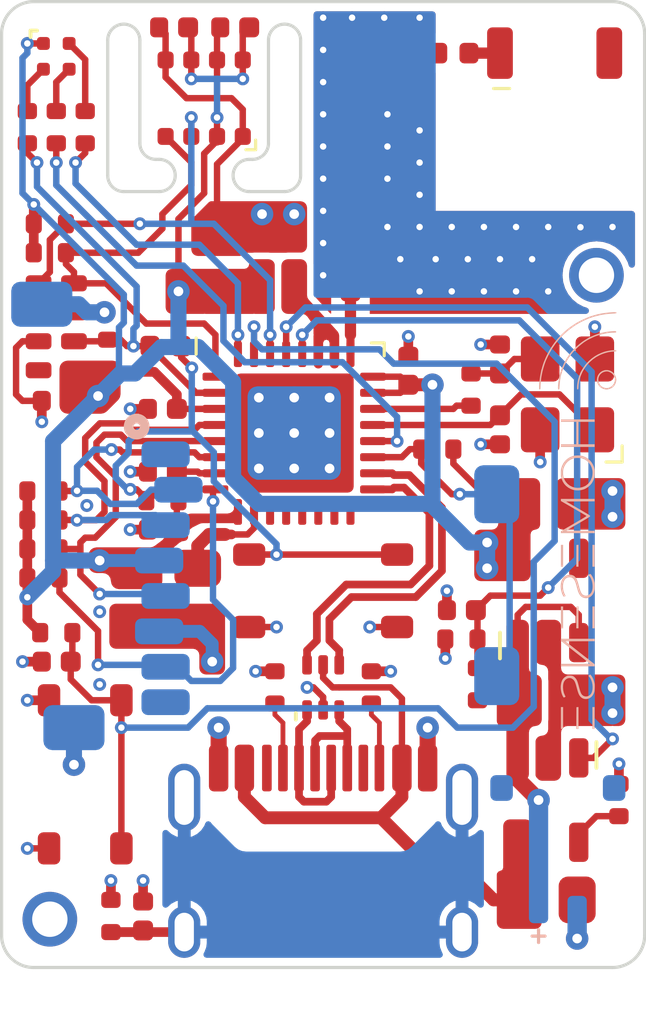
<source format=kicad_pcb>
(kicad_pcb (version 20241229) (generator "pcbnew") (generator_version "9.0")
  (title_block (title "HomeSense") (date "2023-05-28") (rev "B") (company "Designed by Tobias Netzer") (comment 1 "Micro SD slot for local logging") (comment 2 "IoT connectivity") (comment 3 "Temperature, Humidity, Air Quality and Air Pressure Sensor") (comment 4 "- HomeSense -"))
  (layers (0 "F.Cu" signal) (4 "In1.Cu" signal) (6 "In2.Cu" signal) (2 "B.Cu" signal) (13 "F.Paste" user) (15 "B.Paste" user) (5 "F.SilkS" user "F.Silkscreen") (7 "B.SilkS" user "B.Silkscreen") (1 "F.Mask" user) (3 "B.Mask" user) (25 "Edge.Cuts" user))
  (net 0 "")
  (net 1 "/ANT")
  (net 3 "/SHIELD")
  (net 4 "GND")
  (net 5 "VBUS")
  (net 6 "/BAT_VOLTAGE")
  (net 7 "+BATT")
  (net 8 "+3V3")
  (net 9 "/VDD3P3")
  (net 10 "Net-(U1-XTAL_N)")
  (net 11 "Net-(C14-Pad1)")
  (net 12 "/LNA_IN")
  (net 13 "/VDD_SPI")
  (net 14 "/CHIP_EN")
  (net 15 "/GIPO9")
  (net 16 "Net-(D1-RK)")
  (net 17 "Net-(D1-GK)")
  (net 18 "Net-(D1-BK)")
  (net 19 "Net-(J1-CC1)")
  (net 20 "/D+")
  (net 21 "/D-")
  (net 23 "Net-(J1-CC2)")
  (net 26 "/MICRO_SD_SPI_CS")
  (net 27 "/MICRO_SD_SPI_MOSI")
  (net 28 "/MICRO_SD_SPI_CLK")
  (net 29 "/MICRO_SD_SPI_MISO")
  (net 31 "/MICRO_SD_DETECT")
  (net 32 "/PROG")
  (net 33 "Net-(U1-XTAL_P)")
  (net 34 "/RED")
  (net 35 "/GREEN")
  (net 36 "/~{INT}")
  (net 37 "/SDA")
  (net 38 "/SCL")
  (net 39 "/CH_STATE")
  (net 46 "/USB_D-")
  (net 47 "/USB_D+")
  (net 54 "Net-(C16-Pad1)")
  (net 55 "Net-(C23-Pad2)")
  (footprint "HomeSense:C_0402_(1005_Metric)" (layer "F.Cu") (at 132.65 91.45 90)
    (property "Reference" "C12")
    (property "Value" "100nF" (hide yes))
  )
  (footprint "HomeSense:R_0402_(1005_Metric)" (layer "F.Cu") (at 123.3 91 90)
    (property "Reference" "R16")
    (property "Value" "10k" (hide yes))
  )
  (footprint "HomeSense:R_0402_(1005_Metric)" (layer "F.Cu") (at 120.8 83.9 90)
    (property "Reference" "R15")
    (property "Value" "1k5" (hide yes))
  )
  (footprint "HomeSense:C_0402_(1005_Metric)" (layer "F.Cu") (at 125 92.65 180)
    (property "Reference" "C10")
    (property "Value" "100nF" (hide yes))
  )
  (footprint "HomeSense:C_0402_(1005_Metric)" (layer "F.Cu") (at 124.4 108.4 90)
    (property "Reference" "C1")
    (property "Value" "10nF" (hide yes))
  )
  (footprint "HomeSense:QFN32_5x5" (layer "F.Cu") (at 129.1 93.4 -90)
    (property "Reference" "U1")
    (property "Value" "ESP32-C3FN4" (hide yes))
  )
  (footprint "HomeSense:R_0402_(1005_Metric)" (layer "F.Cu") (at 139.2 104.8 90)
    (property "Reference" "R4")
    (property "Value" "10k" (hide yes))
  )
  (footprint "HomeSense:Mounting_Hole" (layer "F.Cu") (at 138.5 88.5)
    (property "Reference" "H2")
    (property "Value" "MountingHole" (hide yes))
  )
  (footprint "HomeSense:C_0402_(1005_Metric)" (layer "F.Cu") (at 125.35 80.8 180)
    (property "Reference" "C19")
    (property "Value" "100nF" (hide yes))
  )
  (footprint "HomeSense:R_0402_(1005_Metric)" (layer "F.Cu") (at 121.5 87.8)
    (property "Reference" "R18")
    (property "Value" "10k" (hide yes))
  )
  (footprint "HomeSense:R_0402_(1005_Metric)" (layer "F.Cu") (at 125 95.5 180)
    (property "Reference" "R20")
    (property "Value" "10k" (hide yes))
  )
  (footprint "HomeSense:D_0402_(1005_Metric)" (layer "F.Cu") (at 125.1 90.7 180)
    (property "Reference" "D2")
    (property "Value" "CDBQR0130L-HF" (hide yes))
  )
  (footprint "HomeSense:LED_0404" (layer "F.Cu") (at 121.7 81.7 -90)
    (property "Reference" "D1")
    (property "Value" "Wuerth_150044M155260" (hide yes))
  )
  (footprint "HomeSense:R_0402_(1005_Metric)" (layer "F.Cu") (at 121.3 97)
    (property "Reference" "R10")
    (property "Value" "10k" (hide yes))
  )
  (footprint "HomeSense:C_0402_(1005_Metric)" (layer "F.Cu") (at 125 96.4 180)
    (property "Reference" "C11")
    (property "Value" "100nF" (hide yes))
  )
  (footprint "HomeSense:Button_3.2mm_4.2mm" (layer "F.Cu") (at 122.6 104 90)
    (property "Reference" "SW1")
    (property "Value" "SW_Push" (hide yes))
  )
  (footprint "HomeSense:Bosch_LGA-8_3x3mm_P0.8mm" (layer "F.Cu") (at 126.3 83 180)
    (property "Reference" "U6")
    (property "Value" "BME680" (hide yes))
  )
  (footprint "HomeSense:C_0402_(1005_Metric)" (layer "F.Cu") (at 134.3 98.9 180)
    (property "Reference" "C3")
    (property "Value" "100nF" (hide yes))
  )
  (footprint "HomeSense:L_0402_(1005_Metric)" (layer "F.Cu") (at 132.7 82.1 90)
    (property "Reference" "L3")
    (property "Value" "TBD" (hide yes))
  )
  (footprint "HomeSense:C_0402_(1005_Metric)" (layer "F.Cu") (at 127.25 80.8 180)
    (property "Reference" "C20")
    (property "Value" "100nF" (hide yes))
  )
  (footprint "HomeSense:R_0402_(1005_Metric)" (layer "F.Cu") (at 134.8 101.2 90)
    (property "Reference" "R5")
    (property "Value" "1M" (hide yes))
  )
  (footprint "HomeSense:L_0402_(1005_Metric)" (layer "F.Cu") (at 130.85 87.6 90)
    (property "Reference" "L2")
    (property "Value" "TBD" (hide yes))
  )
  (footprint "HomeSense:R_0402_(1005_Metric)" (layer "F.Cu") (at 121.5 86.9)
    (property "Reference" "R17")
    (property "Value" "10k" (hide yes))
  )
  (footprint "HomeSense:C_0402_(1005_Metric)" (layer "F.Cu") (at 131.35 82.1 45)
    (property "Reference" "C23")
    (property "Value" "TBD" (hide yes))
  )
  (footprint "HomeSense:LCC8" (layer "F.Cu") (at 121.7 90.1 -90)
    (property "Reference" "U5")
    (property "Value" "RV-4162" (hide yes))
  )
  (footprint "HomeSense:Johanson_2450AT18x100" (layer "F.Cu") (at 137.2 81.6)
    (property "Reference" "ANT1")
    (property "Value" "2450AT18B100E" (hide yes))
  )
  (footprint "HomeSense:C_0805_(2012_Metric)" (layer "F.Cu") (at 137 101.7)
    (property "Reference" "C4")
    (property "Value" "10µF" (hide yes))
  )
  (footprint "HomeSense:R_0402_(1005_Metric)" (layer "F.Cu") (at 123.4 108.4 90)
    (property "Reference" "R1")
    (property "Value" "1M" (hide yes))
  )
  (footprint "HomeSense:C_0402_(1005_Metric)" (layer "F.Cu") (at 129.1 87.9 90)
    (property "Reference" "C8")
    (property "Value" "100nF" (hide yes))
  )
  (footprint "HomeSense:R_0402_(1005_Metric)" (layer "F.Cu") (at 133.55 93.9 180)
    (property "Reference" "R8")
    (property "Value" "10k" (hide yes))
  )
  (footprint "HomeSense:L_0402_(1005_Metric)" (layer "F.Cu") (at 134.05 81.6)
    (property "Reference" "L4")
    (property "Value" "TBD" (hide yes))
  )
  (footprint "HomeSense:C_0805_(2012_Metric)" (layer "F.Cu") (at 137 107.9)
    (property "Reference" "C2")
    (property "Value" "10µF" (hide yes))
  )
  (footprint "HomeSense:C_0402_(1005_Metric)" (layer "F.Cu") (at 121.7 92.4 180)
    (property "Reference" "C18")
    (property "Value" "100nF" (hide yes))
  )
  (footprint "HomeSense:C_0402_(1005_Metric)" (layer "F.Cu") (at 135.5 91.1 90)
    (property "Reference" "C14")
    (property "Value" "10pF" (hide yes))
  )
  (footprint "HomeSense:USB_C_Receptacle_HRO_TYPE-C-31-M-12" (layer "F.Cu") (at 130 107.85)
    (property "Reference" "J1")
    (property "Value" "USB Type C" (hide yes))
  )
  (footprint "HomeSense:R_0402_(1005_Metric)" (layer "F.Cu") (at 121.3 96.1)
    (property "Reference" "R11")
    (property "Value" "10k" (hide yes))
  )
  (footprint "HomeSense:C_0805_(2012_Metric)" (layer "F.Cu") (at 137 95.6)
    (property "Reference" "C5")
    (property "Value" "10µF" (hide yes))
  )
  (footprint "HomeSense:C_0402_(1005_Metric)" (layer "F.Cu") (at 128.1 87.9 90)
    (property "Reference" "C7")
    (property "Value" "100nF" (hide yes))
  )
  (footprint "HomeSense:SOT-23-5" (layer "F.Cu") (at 137 98.6 90)
    (property "Reference" "U4")
    (property "Value" "RT9080-33GJ5" (hide yes))
  )
  (footprint "HomeSense:R_0402_(1005_Metric)" (layer "F.Cu") (at 134.3 99.8 180)
    (property "Reference" "R6")
    (property "Value" "1M" (hide yes))
  )
  (footprint "HomeSense:R_0402_(1005_Metric)" (layer "F.Cu") (at 121.3 95.2)
    (property "Reference" "R12")
    (property "Value" "10k" (hide yes))
  )
  (footprint "HomeSense:C_0402_(1005_Metric)" (layer "F.Cu") (at 135.5 93.3 -90)
    (property "Reference" "C13")
    (property "Value" "10pF" (hide yes))
  )
  (footprint "HomeSense:Crystal_SMD_Abracon_ABM8G-4Pin_3.2x2.5mm" (layer "F.Cu") (at 137.6 92.2 90)
    (property "Reference" "Y1")
    (property "Value" "40MHZ" (hide yes))
  )
  (footprint "HomeSense:Button_3.2mm_4.2mm" (layer "F.Cu") (at 130 98.3 180)
    (property "Reference" "SW2")
    (property "Value" "SW_Push" (hide yes))
  )
  (footprint "HomeSense:C_0402_(1005_Metric)" (layer "F.Cu") (at 131.3 86.2)
    (property "Reference" "C16")
    (property "Value" "TBD" (hide yes))
  )
  (footprint "HomeSense:C_0805_(2012_Metric)" (layer "F.Cu") (at 126.1 98.5 -90)
    (property "Reference" "C17")
    (property "Value" "10µF" (hide yes))
  )
  (footprint "HomeSense:R_0402_(1005_Metric)" (layer "F.Cu") (at 128.5 101.3 90)
    (property "Reference" "R2")
    (property "Value" "5k1" (hide yes))
  )
  (footprint "HomeSense:C_0805_(2012_Metric)" (layer "F.Cu") (at 126.7 88.1 90)
    (property "Reference" "C6")
    (property "Value" "10µF" (hide yes))
  )
  (footprint "HomeSense:C_0805_(2012_Metric)" (layer "F.Cu") (at 124.2 98.5 -90)
    (property "Reference" "C9")
    (property "Value" "10µF" (hide yes))
  )
  (footprint "HomeSense:R_0402_(1005_Metric)" (layer "F.Cu") (at 131.5 101.3 90)
    (property "Reference" "R3")
    (property "Value" "5k1" (hide yes))
  )
  (footprint "HomeSense:R_0402_(1005_Metric)" (layer "F.Cu") (at 121.7 83.9 90)
    (property "Reference" "R14")
    (property "Value" "2k8" (hide yes))
  )
  (footprint "HomeSense:C_0402_(1005_Metric)" (layer "F.Cu") (at 131.3 89)
    (property "Reference" "C15")
    (property "Value" "TBD" (hide yes))
  )
  (footprint "HomeSense:Mounting_Hole" (layer "F.Cu") (at 121.5 108.5)
    (property "Reference" "H1")
    (property "Value" "MountingHole" (hide yes))
  )
  (footprint "HomeSense:L_0402_(1005_Metric)" (layer "F.Cu") (at 128.6 89.3)
    (property "Reference" "L1")
    (property "Value" "2n2" (hide yes))
  )
  (footprint "HomeSense:R_0402_(1005_Metric)" (layer "F.Cu") (at 121.7 99.6)
    (property "Reference" "R19")
    (property "Value" "10k" (hide yes))
  )
  (footprint "HomeSense:SOT-666" (layer "F.Cu") (at 130 101.3 90)
    (property "Reference" "U2")
    (property "Value" "USBLC6-2P6" (hide yes))
  )
  (footprint "HomeSense:SOT-23-5" (layer "F.Cu") (at 137 104.8 -90)
    (property "Reference" "U3")
    (property "Value" "MCP73832-2-OT" (hide yes))
  )
  (footprint "HomeSense:R_0402_(1005_Metric)" (layer "F.Cu") (at 121.3 97.9)
    (property "Reference" "R9")
    (property "Value" "10k" (hide yes))
  )
  (footprint "HomeSense:R_0402_(1005_Metric)" (layer "F.Cu") (at 134.6 92.05 -90)
    (property "Reference" "R7")
    (property "Value" "22R" (hide yes))
  )
  (footprint "HomeSense:C_0402_(1005_Metric)" (layer "F.Cu") (at 125 94.6 180)
    (property "Reference" "C22")
    (property "Value" "100nF" (hide yes))
  )
  (footprint "HomeSense:C_0402_(1005_Metric)" (layer "F.Cu") (at 121.7 100.5 180)
    (property "Reference" "C21")
    (property "Value" "100nF" (hide yes))
  )
  (footprint "HomeSense:R_0402_(1005_Metric)" (layer "F.Cu") (at 122.6 83.9 90)
    (property "Reference" "R13")
    (property "Value" "1k" (hide yes))
  )
  (footprint "HomeSense:Molex_Pico-EZmate_78171-0002_1x02-1MP_P1.20mm_Vertical" (layer "B.Cu") (at 137.3 106.325)
    (property "Reference" "J2")
    (property "Value" "781710002" (hide yes))
  )
  (footprint "LOGO" (layer "B.Cu") (at 137.95759 96.139509 -90)
    (property "Reference" "G***" (hide yes))
    (property "Value" "LOGO" (hide yes))
  )
  (footprint "HomeSense:693071010811" (layer "B.Cu") (at 128.2 96 90)
    (property "Reference" "J3")
    (property "Value" "693071010811" (hide yes))
  )
  (gr_arc (start 120 81) (mid 120.292893 80.292893) (end 121 80) (stroke (width 0.1)) (layer "Edge.Cuts"))
  (gr_arc (start 124.8 84.9) (mid 124.446447 84.753553) (end 124.3 84.4) (stroke (width 0.1)) (layer "Edge.Cuts"))
  (gr_arc (start 121 110) (mid 120.292893 109.707107) (end 120 109) (stroke (width 0.1)) (layer "Edge.Cuts"))
  (gr_line (start 124.9 85.9) (end 123.8 85.9) (stroke (width 0.1)) (layer "Edge.Cuts"))
  (gr_arc (start 123.3 81.2) (mid 123.8 80.7) (end 124.3 81.2) (stroke (width 0.1)) (layer "Edge.Cuts"))
  (gr_line (start 127.8 84.9) (end 127.7 84.9) (stroke (width 0.1)) (layer "Edge.Cuts"))
  (gr_arc (start 123.8 85.9) (mid 123.446447 85.753553) (end 123.3 85.4) (stroke (width 0.1)) (layer "Edge.Cuts"))
  (gr_line (start 128.3 81.2) (end 128.3 84.4) (stroke (width 0.1)) (layer "Edge.Cuts"))
  (gr_arc (start 128.3 81.2) (mid 128.8 80.7) (end 129.3 81.2) (stroke (width 0.1)) (layer "Edge.Cuts"))
  (gr_arc (start 140 109) (mid 139.707107 109.707107) (end 139 110) (stroke (width 0.1)) (layer "Edge.Cuts"))
  (gr_line (start 139 110) (end 121 110) (stroke (width 0.1)) (layer "Edge.Cuts"))
  (gr_arc (start 129.3 85.4) (mid 129.153553 85.753553) (end 128.8 85.9) (stroke (width 0.1)) (layer "Edge.Cuts"))
  (gr_arc (start 127.7 85.9) (mid 127.2 85.4) (end 127.7 84.9) (stroke (width 0.1)) (layer "Edge.Cuts"))
  (gr_line (start 139 80) (end 121 80) (stroke (width 0.1)) (layer "Edge.Cuts"))
  (gr_line (start 124.3 84.4) (end 124.3 81.2) (stroke (width 0.1)) (layer "Edge.Cuts"))
  (gr_arc (start 124.9 84.9) (mid 125.4 85.4) (end 124.9 85.9) (stroke (width 0.1)) (layer "Edge.Cuts"))
  (gr_arc (start 139 80) (mid 139.707107 80.292893) (end 140 81) (stroke (width 0.1)) (layer "Edge.Cuts"))
  (gr_line (start 123.3 85.4) (end 123.3 81.2) (stroke (width 0.1)) (layer "Edge.Cuts"))
  (gr_line (start 120 81) (end 120 109) (stroke (width 0.1)) (layer "Edge.Cuts"))
  (gr_line (start 124.9 84.9) (end 124.8 84.9) (stroke (width 0.1)) (layer "Edge.Cuts"))
  (gr_line (start 140 109) (end 140 81) (stroke (width 0.1)) (layer "Edge.Cuts"))
  (gr_arc (start 128.3 84.4) (mid 128.153553 84.753553) (end 127.8 84.9) (stroke (width 0.1)) (layer "Edge.Cuts"))
  (gr_line (start 128.8 85.9) (end 127.7 85.9) (stroke (width 0.1)) (layer "Edge.Cuts"))
  (gr_line (start 129.3 81.2) (end 129.3 85.4) (stroke (width 0.1)) (layer "Edge.Cuts"))
  (segment (start 134.485 81.6) (end 135.5 81.6) (width 0.3493) (layer "F.Cu") (net 1))
  (segment (start 124.35 108.9) (end 124.4 108.85) (width 0.3) (layer "F.Cu") (net 3))
  (segment (start 123.4 108.9) (end 125.68 108.9) (width 0.3) (layer "F.Cu") (net 3))
  (segment (start 123.4 108.9) (end 124.35 108.9) (width 0.3) (layer "F.Cu") (net 3))
  (segment (start 135.5 93.75) (end 134.9 93.75) (width 0.3) (layer "F.Cu") (net 4))
  (segment (start 121.15 90.55) (end 120.65 90.55) (width 0.2) (layer "F.Cu") (net 4))
  (segment (start 126.7 83) (end 126.7 81.8125) (width 0.2) (layer "F.Cu") (net 4))
  (segment (start 126.7 85.051041) (end 126.7 87.3) (width 0.2) (layer "F.Cu") (net 4))
  (segment (start 125.75 83) (end 125.1 82.35) (width 0.2) (layer "F.Cu") (net 4))
  (segment (start 126.7 81.8125) (end 126.7 80.9) (width 0.2) (layer "F.Cu") (net 4))
  (segment (start 124 96.4) (end 124.55 96.4) (width 0.3) (layer "F.Cu") (net 4))
  (segment (start 124.4 107.3) (end 124.4 107.95) (width 0.3) (layer "F.Cu") (net 4))
  (segment (start 125.1 81.8125) (end 125.1 81) (width 0.2) (layer "F.Cu") (net 4))
  (segment (start 127.5 83.35) (end 127.15 83) (width 0.2) (layer "F.Cu") (net 4))
  (segment (start 127.15 83) (end 125.75 83) (width 0.2) (layer "F.Cu") (net 4))
  (segment (start 133.8 100.4) (end 133.8 99.8) (width 0.3) (layer "F.Cu") (net 4))
  (segment (start 120.45 90.75) (end 120.45 92.2) (width 0.2) (layer "F.Cu") (net 4))
  (segment (start 129.7 101.3) (end 129.5 101.3) (width 0.2) (layer "F.Cu") (net 4))
  (segment (start 124 92.65) (end 124.35 92.65) (width 0.3) (layer "F.Cu") (net 4))
  (segment (start 126.7 80.9) (end 126.8 80.8) (width 0.2) (layer "F.Cu") (net 4))
  (segment (start 126.75 102.55) (end 126.75 103.805) (width 0.5) (layer "F.Cu") (net 4))
  (segment (start 120.8 101.7) (end 121.475 101.7) (width 0.3) (layer "F.Cu") (net 4))
  (segment (start 130 102) (end 130 101.6) (width 0.2) (layer "F.Cu") (net 4))
  (segment (start 138.45 91.1) (end 138.45 90.1) (width 0.3) (layer "F.Cu") (net 4))
  (segment (start 125.1 81) (end 124.9 80.8) (width 0.2) (layer "F.Cu") (net 4))
  (segment (start 128.55 99.425) (end 127.7 99.425) (width 0.2) (layer "F.Cu") (net 4))
  (segment (start 120.65 100.5) (end 121.25 100.5) (width 0.3) (layer "F.Cu") (net 4))
  (segment (start 136.75 93.3) (end 136.75 94.3) (width 0.3) (layer "F.Cu") (net 4))
  (segment (start 133.25 103.805) (end 133.25 102.55) (width 0.5) (layer "F.Cu") (net 4))
  (segment (start 132.1 100.8) (end 131.5 100.8) (width 0.3) (layer "F.Cu") (net 4))
  (segment (start 127.5 84.251041) (end 127.5 84.1875) (width 0.3) (layer "F.Cu") (net 4))
  (segment (start 130 101.6) (end 129.7 101.3) (width 0.2) (layer "F.Cu") (net 4))
  (segment (start 120.45 92.2) (end 120.65 92.4) (width 0.2) (layer "F.Cu") (net 4))
  (segment (start 134.9 90.65) (end 135.5 90.65) (width 0.3) (layer "F.Cu") (net 4))
  (segment (start 127.5 84.1875) (end 127.5 83.35) (width 0.2) (layer "F.Cu") (net 4))
  (segment (start 139.2 103.6755) (end 139.2 104.3) (width 0.3) (layer "F.Cu") (net 4))
  (segment (start 120.65 92.4) (end 121.25 92.4) (width 0.2) (layer "F.Cu") (net 4))
  (segment (start 125.1 82.35) (end 125.1 81.8125) (width 0.2) (layer "F.Cu") (net 4))
  (segment (start 120.65 90.55) (end 120.45 90.75) (width 0.2) (layer "F.Cu") (net 4))
  (segment (start 132.65 91) (end 132.65 90.4) (width 0.3) (layer "F.Cu") (net 4))
  (segment (start 137.9 109.1) (end 137.9 107.9) (width 0.5) (layer "F.Cu") (net 4))
  (segment (start 132.3 99.425) (end 131.45 99.425) (width 0.2) (layer "F.Cu") (net 4))
  (segment (start 127.9 100.8) (end 128.5 100.8) (width 0.3) (layer "F.Cu") (net 4))
  (segment (start 123.4 107.3) (end 123.4 107.9) (width 0.3) (layer "F.Cu") (net 4))
  (segment (start 121.25 93.05) (end 121.25 92.4) (width 0.3) (layer "F.Cu") (net 4))
  (segment (start 133.85 98.3) (end 133.85 98.9) (width 0.3) (layer "F.Cu") (net 4))
  (segment (start 124 94.6) (end 124.55 94.6) (width 0.3) (layer "F.Cu") (net 4))
  (segment (start 121.475 106.3) (end 120.8 106.3) (width 0.2) (layer "F.Cu") (net 4))
  (segment (start 126.7 85.051041) (end 127.5 84.251041) (width 0.2) (layer "F.Cu") (net 4))
  (via (at 129.1 94.5) (size 0.7) (drill 0.3) (layers "F.Cu" "B.Cu") (net 4))
  (via (at 122.25 103.7) (size 0.7) (drill 0.3) (layers "F.Cu" "B.Cu") (net 4))
  (via (at 139 101.3) (size 0.7) (drill 0.3) (layers "F.Cu" "B.Cu") (net 4))
  (via (at 136 87) (size 0.4) (drill 0.2) (layers "F.Cu" "B.Cu") (net 4))
  (via (at 137.9 109.1) (size 0.7) (drill 0.3) (layers "F.Cu" "B.Cu") (net 4))
  (via (at 126.75 102.55) (size 0.7) (drill 0.3) (layers "F.Cu" "B.Cu") (net 4))
  (via (at 131.9 80.5) (size 0.4) (drill 0.2) (layers "F.Cu" "B.Cu") (net 4))
  (via (at 128 94.5) (size 0.7) (drill 0.3) (layers "F.Cu" "B.Cu") (net 4))
  (via (at 139 102.1) (size 0.7) (drill 0.3) (layers "F.Cu" "B.Cu") (net 4))
  (via (at 133.25 102.55) (size 0.7) (drill 0.3) (layers "F.Cu" "B.Cu") (net 4))
  (via (at 137 87) (size 0.4) (drill 0.2) (layers "F.Cu" "B.Cu") (net 4))
  (via (at 128 93.4) (size 0.7) (drill 0.3) (layers "F.Cu" "B.Cu") (net 4))
  (via (at 124 94.6) (size 0.4) (drill 0.2) (layers "F.Cu" "B.Cu") (net 4))
  (via (at 137 89) (size 0.4) (drill 0.2) (layers "F.Cu" "B.Cu") (net 4))
  (via (at 134.9 90.65) (size 0.4) (drill 0.2) (layers "F.Cu" "B.Cu") (net 4))
  (via (at 133.85 98.3) (size 0.4) (drill 0.2) (layers "F.Cu" "B.Cu") (net 4))
  (via (at 134 87) (size 0.4) (drill 0.2) (layers "F.Cu" "B.Cu") (net 4))
  (via (at 120.65 100.5) (size 0.4) (drill 0.2) (layers "F.Cu" "B.Cu") (net 4))
  (via (at 124 96.4) (size 0.4) (drill 0.2) (layers "F.Cu" "B.Cu") (net 4))
  (via (at 135 89) (size 0.4) (drill 0.2) (layers "F.Cu" "B.Cu") (net 4))
  (via (at 124 92.65) (size 0.4) (drill 0.2) (layers "F.Cu" "B.Cu") (net 4))
  (via (at 130 80.5) (size 0.4) (drill 0.2) (layers "F.Cu" "B.Cu") (net 4))
  (via (at 130.2 92.3) (size 0.7) (drill 0.3) (layers "F.Cu" "B.Cu") (net 4))
  (via (at 123.050338 101.209126) (size 0.4) (drill 0.2) (layers "F.Cu" "B.Cu") (net 4))
  (via (at 133.8 100.4) (size 0.4) (drill 0.2) (layers "F.Cu" "B.Cu") (net 4))
  (via (at 133 86) (size 0.4) (drill 0.2) (layers "F.Cu" "B.Cu") (net 4))
  (via (at 132.1 100.8) (size 0.4) (drill 0.2) (layers "F.Cu" "B.Cu") (net 4))
  (via (at 138.002093 87.007632) (size 0.4) (drill 0.2) (layers "F.Cu" "B.Cu") (net 4))
  (via (at 130.9 80.5) (size 0.4) (drill 0.2) (layers "F.Cu" "B.Cu") (net 4))
  (via (at 133 85) (size 0.4) (drill 0.2) (layers "F.Cu" "B.Cu") (net 4))
  (via (at 128.55 99.425) (size 0.4) (drill 0.2) (layers "F.Cu" "B.Cu") (net 4))
  (via (at 135 87) (size 0.4) (drill 0.2) (layers "F.Cu" "B.Cu") (net 4))
  (via (at 128.1 86.6) (size 0.7) (drill 0.3) (layers "F.Cu" "B.Cu") (net 4))
  (via (at 130 85.5) (size 0.4) (drill 0.2) (layers "F.Cu" "B.Cu") (net 4))
  (via (at 134 89) (size 0.4) (drill 0.2) (layers "F.Cu" "B.Cu") (net 4))
  (via (at 130 81.5) (size 0.4) (drill 0.2) (layers "F.Cu" "B.Cu") (net 4))
  (via (at 120.8 101.7) (size 0.4) (drill 0.2) (layers "F.Cu" "B.Cu") (net 4))
  (via (at 132.65 90.4) (size 0.4) (drill 0.2) (layers "F.Cu" "B.Cu") (net 4))
  (via (at 130.2 94.5) (size 0.7) (drill 0.3) (layers "F.Cu" "B.Cu") (net 4))
  (via (at 139.2 103.6755) (size 0.4) (drill 0.2) (layers "F.Cu" "B.Cu") (net 4))
  (via (at 128 92.3) (size 0.7) (drill 0.3) (layers "F.Cu" "B.Cu") (net 4))
  (via (at 132 84.5) (size 0.4) (drill 0.2) (layers "F.Cu" "B.Cu") (net 4))
  (via (at 130 84.5) (size 0.4) (drill 0.2) (layers "F.Cu" "B.Cu") (net 4))
  (via (at 131.45 99.425) (size 0.4) (drill 0.2) (layers "F.Cu" "B.Cu") (net 4))
  (via (at 132 87) (size 0.4) (drill 0.2) (layers "F.Cu" "B.Cu") (net 4))
  (via (at 136.5 88) (size 0.4) (drill 0.2) (layers "F.Cu" "B.Cu") (net 4))
  (via (at 130 86.5) (size 0.4) (drill 0.2) (layers "F.Cu" "B.Cu") (net 4))
  (via (at 124.4 107.3) (size 0.4) (drill 0.2) (layers "F.Cu" "B.Cu") (net 4))
  (via (at 123.05 98.95) (size 0.4) (drill 0.2) (layers "F.Cu" "B.Cu") (net 4))
  (via (at 133 80.5) (size 0.4) (drill 0.2) (layers "F.Cu" "B.Cu") (net 4))
  (via (at 130 83.5) (size 0.4) (drill 0.2) (layers "F.Cu" "B.Cu") (net 4))
  (via (at 129.1 93.4) (size 0.7) (drill 0.3) (layers "F.Cu" "B.Cu") (net 4))
  (via (at 132 85.5) (size 0.4) (drill 0.2) (layers "F.Cu" "B.Cu") (net 4))
  (via (at 134.9 93.75) (size 0.4) (drill 0.2) (layers "F.Cu" "B.Cu") (net 4))
  (via (at 136.75 94.3) (size 0.4) (drill 0.2) (layers "F.Cu" "B.Cu") (net 4))
  (via (at 134.5 88) (size 0.4) (drill 0.2) (layers "F.Cu" "B.Cu") (net 4))
  (via (at 139 96) (size 0.7) (drill 0.3) (layers "F.Cu" "B.Cu") (net 4))
  (via (at 129.1 92.3) (size 0.7) (drill 0.3) (layers "F.Cu" "B.Cu") (net 4))
  (via (at 130 82.5) (size 0.4) (drill 0.2) (layers "F.Cu" "B.Cu") (net 4))
  (via (at 127.9 100.8) (size 0.4) (drill 0.2) (layers "F.Cu" "B.Cu") (net 4))
  (via (at 130 88.5) (size 0.4) (drill 0.2) (layers "F.Cu" "B.Cu") (net 4))
  (via (at 120.8 106.3) (size 0.4) (drill 0.2) (layers "F.Cu" "B.Cu") (net 4))
  (via (at 136 89) (size 0.4) (drill 0.2) (layers "F.Cu" "B.Cu") (net 4))
  (via (at 126.55 100.5) (size 0.7) (drill 0.3) (layers "F.Cu" "B.Cu") (net 4))
  (via (at 135.5 88) (size 0.4) (drill 0.2) (layers "F.Cu" "B.Cu") (net 4))
  (via (at 138.45 90.1) (size 0.4) (drill 0.2) (layers "F.Cu" "B.Cu") (net 4))
  (via (at 122.650229 95.650153) (size 0.4) (drill 0.2) (layers "F.Cu" "B.Cu") (net 4))
  (via (at 129.1 86.6) (size 0.7) (drill 0.3) (layers "F.Cu" "B.Cu") (net 4))
  (via (at 130 87.5) (size 0.4) (drill 0.2) (layers "F.Cu" "B.Cu") (net 4))
  (via (at 139 95.2) (size 0.7) (drill 0.3) (layers "F.Cu" "B.Cu") (net 4))
  (via (at 129.5 101.3) (size 0.4) (drill 0.2) (layers "F.Cu" "B.Cu") (net 4))
  (via (at 123.4 107.3) (size 0.4) (drill 0.2) (layers "F.Cu" "B.Cu") (net 4))
  (via (at 133 89) (size 0.4) (drill 0.2) (layers "F.Cu" "B.Cu") (net 4))
  (via (at 132 83.5) (size 0.4) (drill 0.2) (layers "F.Cu" "B.Cu") (net 4))
  (via (at 132.4 88) (size 0.4) (drill 0.2) (layers "F.Cu" "B.Cu") (net 4))
  (via (at 123.2 89.65) (size 0.7) (drill 0.3) (layers "F.Cu" "B.Cu") (net 4))
  (via (at 133 87) (size 0.4) (drill 0.2) (layers "F.Cu" "B.Cu") (net 4))
  (via (at 130.2 93.4) (size 0.7) (drill 0.3) (layers "F.Cu" "B.Cu") (net 4))
  (via (at 133.5 88) (size 0.4) (drill 0.2) (layers "F.Cu" "B.Cu") (net 4))
  (via (at 133 84) (size 0.4) (drill 0.2) (layers "F.Cu" "B.Cu") (net 4))
  (via (at 121.25 93.05) (size 0.4) (drill 0.2) (layers "F.Cu" "B.Cu") (net 4))
  (via (at 139 87) (size 0.4) (drill 0.2) (layers "F.Cu" "B.Cu") (net 4))
  (segment (start 126.16 99.56) (end 126.55 99.95) (width 0.4) (layer "B.Cu") (net 4))
  (segment (start 122.65 89.65) (end 123.2 89.65) (width 0.5) (layer "B.Cu") (net 4))
  (segment (start 139 95.2) (end 139 96) (width 0.5) (layer "B.Cu") (net 4))
  (segment (start 137.9 109.1) (end 137.9 108.2) (width 0.6) (layer "B.Cu") (net 4))
  (segment (start 139 102.1) (end 139 101.3) (width 0.5) (layer "B.Cu") (net 4))
  (segment (start 122.4 89.4) (end 122.65 89.65) (width 0.5) (layer "B.Cu") (net 4))
  (segment (start 126.55 99.95) (end 126.55 100.5) (width 0.4) (layer "B.Cu") (net 4))
  (segment (start 122.25 102.55) (end 122.25 103.7) (width 0.5) (layer "B.Cu") (net 4))
  (segment (start 121.25 89.4) (end 122.4 89.4) (width 0.5) (layer "B.Cu") (net 4))
  (segment (start 124.9 99.56) (end 126.16 99.56) (width 0.4) (layer "B.Cu") (net 4))
  (segment (start 127.55 103.805) (end 127.55 104.7) (width 0.4) (layer "F.Cu") (net 5))
  (segment (start 135.3 107.9) (end 136.1 107.9) (width 0.4) (layer "F.Cu") (net 5))
  (segment (start 130 100.6) (end 130 101.005025) (width 0.2) (layer "F.Cu") (net 5))
  (segment (start 134.35 106.95) (end 135.3 107.9) (width 0.4) (layer "F.Cu") (net 5))
  (segment (start 130 101.005025) (end 130.294975 101.3) (width 0.2) (layer "F.Cu") (net 5))
  (segment (start 128.2 105.35) (end 131.8 105.35) (width 0.4) (layer "F.Cu") (net 5))
  (segment (start 132.45 101.65) (end 132.45 103.855) (width 0.2) (layer "F.Cu") (net 5))
  (segment (start 132.1 101.3) (end 132.45 101.65) (width 0.2) (layer "F.Cu") (net 5))
  (segment (start 130.294975 101.3) (end 130.5 101.3) (width 0.2) (layer "F.Cu") (net 5))
  (segment (start 127.55 104.7) (end 128.2 105.35) (width 0.4) (layer "F.Cu") (net 5))
  (segment (start 132.45 104.7) (end 132.45 103.805) (width 0.4) (layer "F.Cu") (net 5))
  (segment (start 133.4 106.95) (end 134.35 106.95) (width 0.4) (layer "F.Cu") (net 5))
  (segment (start 130.5 101.3) (end 132.1 101.3) (width 0.2) (layer "F.Cu") (net 5))
  (segment (start 131.8 105.35) (end 133.4 106.95) (width 0.4) (layer "F.Cu") (net 5))
  (segment (start 131.8 105.35) (end 132.45 104.7) (width 0.4) (layer "F.Cu") (net 5))
  (segment (start 135.2 98.45) (end 134.75 98.9) (width 0.2) (layer "F.Cu") (net 6))
  (segment (start 136.75 98.45) (end 135.2 98.45) (width 0.2) (layer "F.Cu") (net 6))
  (segment (start 134.8 100.7) (end 134.8 99.8) (width 0.2) (layer "F.Cu") (net 6))
  (segment (start 134.8 98.95) (end 134.75 98.9) (width 0.2) (layer "F.Cu") (net 6))
  (segment (start 134.8 99.8) (end 134.8 98.95) (width 0.2) (layer "F.Cu") (net 6))
  (segment (start 129.35 90.35) (end 129.35 90.95) (width 0.2) (layer "F.Cu") (net 6))
  (segment (start 137 98.2) (end 136.75 98.45) (width 0.2) (layer "F.Cu") (net 6))
  (via (at 129.35 90.35) (size 0.4) (drill 0.2) (layers "F.Cu" "B.Cu") (net 6))
  (via (at 137 98.2) (size 0.4) (drill 0.2) (layers "F.Cu" "B.Cu") (net 6))
  (segment (start 137.9 91.7) (end 136.1 89.9) (width 0.2) (layer "B.Cu") (net 6))
  (segment (start 137.9 97.3) (end 137.9 91.7) (width 0.2) (layer "B.Cu") (net 6))
  (segment (start 137 98.2) (end 137.9 97.3) (width 0.2) (layer "B.Cu") (net 6))
  (segment (start 136.1 89.9) (end 129.8 89.9) (width 0.2) (layer "B.Cu") (net 6))
  (segment (start 129.8 89.9) (end 129.35 90.35) (width 0.2) (layer "B.Cu") (net 6))
  (segment (start 136.7 104.8) (end 136.05 104.15) (width 0.5) (layer "F.Cu") (net 7))
  (segment (start 137.7 98.8) (end 137.95 99.05) (width 0.2) (layer "F.Cu") (net 7))
  (segment (start 136.05 99.91) (end 136.05 99.05) (width 0.2) (layer "F.Cu") (net 7))
  (segment (start 134.8 101.7) (end 136.1 101.7) (width 0.2) (layer "F.Cu") (net 7))
  (segment (start 137.95 99.05) (end 137.95 99.91) (width 0.2) (layer "F.Cu") (net 7))
  (segment (start 136.05 104.15) (end 136.05 103.49) (width 0.5) (layer "F.Cu") (net 7))
  (segment (start 136.3 98.8) (end 137.7 98.8) (width 0.2) (layer "F.Cu") (net 7))
  (segment (start 136.05 99.05) (end 136.3 98.8) (width 0.2) (layer "F.Cu") (net 7))
  (via (at 136.7 104.8) (size 0.7) (drill 0.3) (layers "F.Cu" "B.Cu") (net 7))
  (segment (start 136.7 104.8) (end 136.7 108.2) (width 0.6) (layer "B.Cu") (net 7))
  (segment (start 134.05 94.35) (end 135.3 95.6) (width 0.2) (layer "F.Cu") (net 8))
  (segment (start 126.3 85.95) (end 125.5 86.75) (width 0.2) (layer "F.Cu") (net 8))
  (segment (start 120.8 97.9) (end 120.8 99.2) (width 0.3) (layer "F.Cu") (net 8))
  (segment (start 120.8 96.1) (end 120.8 97) (width 0.3) (layer "F.Cu") (net 8))
  (segment (start 126.7 84.321814) (end 126.3 84.721814) (width 0.2) (layer "F.Cu") (net 8))
  (segment (start 125.45 92.2) (end 125.45 92.65) (width 0.3) (layer "F.Cu") (net 8))
  (segment (start 126.3 84.721814) (end 126.3 85.95) (width 0.2) (layer "F.Cu") (net 8))
  (segment (start 126.7 84.1875) (end 126.7 84.321814) (width 0.3) (layer "F.Cu") (net 8))
  (segment (start 120.8 81.3) (end 121.3 81.3) (width 0.2) (layer "F.Cu") (net 8))
  (segment (start 131.55 91.65) (end 132.4 91.65) (width 0.2) (layer "F.Cu") (net 8))
  (segment (start 131.55 92.15) (end 132.4 92.15) (width 0.2) (layer "F.Cu") (net 8))
  (segment (start 120.8 99.2) (end 121.2 99.6) (width 0.3) (layer "F.Cu") (net 8))
  (segment (start 125.45 95.55) (end 125.45 96.4) (width 0.2) (layer "F.Cu") (net 8))
  (segment (start 125.9 80.9) (end 125.8 80.8) (width 0.2) (layer "F.Cu") (net 8))
  (segment (start 120.8 97) (end 120.8 97.9) (width 0.3) (layer "F.Cu") (net 8))
  (segment (start 126.7 83.6) (end 126.7 84.1875) (width 0.2) (layer "F.Cu") (net 8))
  (segment (start 121 86.9) (end 121 87.8) (width 0.3) (layer "F.Cu") (net 8))
  (segment (start 123.3 91.5) (end 124.75 91.5) (width 0.3) (layer "F.Cu") (net 8))
  (segment (start 125.9 82.39375) (end 125.9 81.80625) (width 0.2) (layer "F.Cu") (net 8))
  (segment (start 134.05 93.9) (end 134.05 94.35) (width 0.2) (layer "F.Cu") (net 8))
  (segment (start 132.4 92.15) (end 132.65 91.9) (width 0.2) (layer "F.Cu") (net 8))
  (segment (start 125.9 81.8125) (end 125.9 80.9) (width 0.2) (layer "F.Cu") (net 8))
  (segment (start 125.25 92.65) (end 126.65 92.65) (width 0.2) (layer "F.Cu") (net 8))
  (segment (start 127.5 82.4) (end 127.5 81.8125) (width 0.2) (layer "F.Cu") (net 8))
  (segment (start 127.5 81) (end 127.7 80.8) (width 0.2) (layer "F.Cu") (net 8))
  (segment (start 120.8 95.2) (end 120.8 96.1) (width 0.3) (layer "F.Cu") (net 8))
  (segment (start 125.5 86.75) (end 125.5 89) (width 0.2) (layer "F.Cu") (net 8))
  (segment (start 121 86.9) (end 121 86.3) (width 0.3) (layer "F.Cu") (net 8))
  (segment (start 132.65 91.9) (end 133.4 91.9) (width 0.4) (layer "F.Cu") (net 8))
  (segment (start 132.4 91.65) (end 132.65 91.9) (width 0.2) (layer "F.Cu") (net 8))
  (segment (start 125.5 95.5) (end 125.45 95.55) (width 0.2) (layer "F.Cu") (net 8))
  (segment (start 127.5 81.8125) (end 127.5 81) (width 0.2) (layer "F.Cu") (net 8))
  (segment (start 124.75 91.5) (end 125.45 92.2) (width 0.3) (layer "F.Cu") (net 8))
  (segment (start 135.3 95.6) (end 136.1 95.6) (width 0.2) (layer "F.Cu") (net 8))
  (via (at 135.1 97.6) (size 0.7) (drill 0.3) (layers "F.Cu" "B.Cu") (net 8))
  (via (at 121 86.3) (size 0.4) (drill 0.2) (layers "F.Cu" "B.Cu") (net 8))
  (via (at 123.05 97.36) (size 0.7) (drill 0.3) (layers "F.Cu" "B.Cu") (net 8))
  (via (at 125.9 82.4) (size 0.4) (drill 0.2) (layers "F.Cu" "B.Cu") (net 8))
  (via (at 127.5 82.4) (size 0.4) (drill 0.2) (layers "F.Cu" "B.Cu") (net 8))
  (via (at 126.7 83.6) (size 0.4) (drill 0.2) (layers "F.Cu" "B.Cu") (net 8))
  (via (at 120.8 98.5) (size 0.4) (drill 0.2) (layers "F.Cu" "B.Cu") (net 8))
  (via (at 120.8 81.3) (size 0.4) (drill 0.2) (layers "F.Cu" "B.Cu") (net 8))
  (via (at 125.5 89) (size 0.7) (drill 0.3) (layers "F.Cu" "B.Cu") (net 8))
  (via (at 123 92.25) (size 0.7) (drill 0.3) (layers "F.Cu" "B.Cu") (net 8))
  (via (at 133.4 91.9) (size 0.7) (drill 0.3) (layers "F.Cu" "B.Cu") (net 8))
  (via (at 135.1 96.8) (size 0.7) (drill 0.3) (layers "F.Cu" "B.Cu") (net 8))
  (segment (start 120.8 98.5) (end 121.6 97.7) (width 0.5) (layer "B.Cu") (net 8))
  (segment (start 121 86.3) (end 123.8 89.1) (width 0.2) (layer "B.Cu") (net 8))
  (segment (start 120.8 81.6) (end 120.65 81.75) (width 0.2) (layer "B.Cu") (net 8))
  (segment (start 125.9 82.4) (end 126.7 82.4) (width 0.2) (layer "B.Cu") (net 8))
  (segment (start 124.969958 90.728071) (end 124.148029 91.55) (width 0.5) (layer "B.Cu") (net 8))
  (segment (start 133.3 95.6) (end 128.007106 95.6) (width 0.5) (layer "B.Cu") (net 8))
  (segment (start 128.007106 95.6) (end 127.2 94.792894) (width 0.5) (layer "B.Cu") (net 8))
  (segment (start 125.5 90.728071) (end 124.969958 90.728071) (width 0.5) (layer "B.Cu") (net 8))
  (segment (start 133.3 95.6) (end 133.35 95.6) (width 0.5) (layer "B.Cu") (net 8))
  (segment (start 121.6 93.65) (end 121.6 97.35) (width 0.5) (layer "B.Cu") (net 8))
  (segment (start 133.4 95.5) (end 133.4 91.9) (width 0.5) (layer "B.Cu") (net 8))
  (segment (start 120.8 81.3) (end 120.8 81.6) (width 0.2) (layer "B.Cu") (net 8))
  (segment (start 123.05 97.36) (end 124.9 97.36) (width 0.4) (layer "B.Cu") (net 8))
  (segment (start 126.112675 90.728071) (end 125.5 90.728071) (width 0.5) (layer "B.Cu") (net 8))
  (segment (start 121.6 97.7) (end 121.6 97.37) (width 0.5) (layer "B.Cu") (net 8))
  (segment (start 123 92.25) (end 121.6 93.65) (width 0.5) (layer "B.Cu") (net 8))
  (segment (start 126.7 82.4) (end 127.5 82.4) (width 0.2) (layer "B.Cu") (net 8))
  (segment (start 125.5 89) (end 125.5 90.728071) (width 0.5) (layer "B.Cu") (net 8))
  (segment (start 134.55 96.8) (end 135.1 96.8) (width 0.5) (layer "B.Cu") (net 8))
  (segment (start 123.65 90.119239) (end 123.65 91.5) (width 0.2) (layer "B.Cu") (net 8))
  (segment (start 123 92.25) (end 123.7 91.55) (width 0.5) (layer "B.Cu") (net 8))
  (segment (start 133.3 95.6) (end 133.4 95.5) (width 0.5) (layer "B.Cu") (net 8))
  (segment (start 123.8 89.1) (end 123.8 89.969239) (width 0.2) (layer "B.Cu") (net 8))
  (segment (start 135.1 96.8) (end 135.1 97.6) (width 0.5) (layer "B.Cu") (net 8))
  (segment (start 127.2 94.792894) (end 127.2 91.815396) (width 0.5) (layer "B.Cu") (net 8))
  (segment (start 126.7 83.6) (end 126.7 82.4) (width 0.2) (layer "B.Cu") (net 8))
  (segment (start 127.2 91.815396) (end 126.112675 90.728071) (width 0.5) (layer "B.Cu") (net 8))
  (segment (start 123.8 89.969239) (end 123.65 90.119239) (width 0.2) (layer "B.Cu") (net 8))
  (segment (start 120.65 85.95) (end 121 86.3) (width 0.2) (layer "B.Cu") (net 8))
  (segment (start 121.61 97.36) (end 123.05 97.36) (width 0.5) (layer "B.Cu") (net 8))
  (segment (start 120.65 81.75) (end 120.65 85.95) (width 0.2) (layer "B.Cu") (net 8))
  (segment (start 123.65 91.5) (end 123.7 91.55) (width 0.2) (layer "B.Cu") (net 8))
  (segment (start 133.35 95.6) (end 134.55 96.8) (width 0.5) (layer "B.Cu") (net 8))
  (segment (start 124.148029 91.55) (end 123.7 91.55) (width 0.5) (layer "B.Cu") (net 8))
  (arc (start 121.6 97.37) (mid 121.602929 97.362929) (end 121.61 97.36) (width 0.5) (layer "B.Cu") (net 8))
  (arc (start 121.6 97.35) (mid 121.602929 97.357071) (end 121.61 97.36) (width 0.5) (layer "B.Cu") (net 8))
  (segment (start 138.45 93.3) (end 137.35 92.2) (width 0.2) (layer "F.Cu") (net 10))
  (segment (start 135.2 93.15) (end 135.5 92.85) (width 0.2) (layer "F.Cu") (net 10))
  (segment (start 136.15 92.2) (end 135.5 92.85) (width 0.2) (layer "F.Cu") (net 10))
  (segment (start 137.35 92.2) (end 136.15 92.2) (width 0.2) (layer "F.Cu") (net 10))
  (segment (start 131.55 93.15) (end 135.2 93.15) (width 0.2) (layer "F.Cu") (net 10))
  (segment (start 135.95 91.1) (end 135.5 91.55) (width 0.2) (layer "F.Cu") (net 11))
  (segment (start 136.75 91.1) (end 135.95 91.1) (width 0.2) (layer "F.Cu") (net 11))
  (segment (start 135.5 91.55) (end 134.6 91.55) (width 0.2) (layer "F.Cu") (net 11))
  (segment (start 130.85 90.95) (end 130.85 90.35) (width 0.25) (layer "F.Cu") (net 12))
  (segment (start 130.85 89) (end 130.85 88.085) (width 0.3493) (layer "F.Cu") (net 12))
  (segment (start 130.85 90.35) (end 130.85 88.85) (width 0.3493) (layer "F.Cu") (net 12))
  (segment (start 126.95 96.55) (end 126.45 96.55) (width 0.4) (layer "F.Cu") (net 13))
  (segment (start 127.15 96.55) (end 126.95 96.55) (width 0.3) (layer "F.Cu") (net 13))
  (segment (start 126.1 96.9) (end 126.1 97.6) (width 0.4) (layer "F.Cu") (net 13))
  (segment (start 127.65 96.55) (end 127.85 96.35) (width 0.2) (layer "F.Cu") (net 13))
  (segment (start 126.45 96.55) (end 126.1 96.9) (width 0.4) (layer "F.Cu") (net 13))
  (segment (start 127.85 96.35) (end 127.85 95.85) (width 0.2) (layer "F.Cu") (net 13))
  (segment (start 127.15 96.55) (end 127.65 96.55) (width 0.2) (layer "F.Cu") (net 13))
  (segment (start 122.15 101.05) (end 122.15 100.5) (width 0.2) (layer "F.Cu") (net 14))
  (segment (start 122.2 99.6) (end 122.2 100.45) (width 0.2) (layer "F.Cu") (net 14))
  (segment (start 122.8 101.7) (end 122.15 101.05) (width 0.2) (layer "F.Cu") (net 14))
  (segment (start 122.2 100.45) (end 122.15 100.5) (width 0.2) (layer "F.Cu") (net 14))
  (segment (start 123.725 101.7) (end 122.8 101.7) (width 0.2) (layer "F.Cu") (net 14))
  (segment (start 123.725 101.7) (end 123.725 106.3) (width 0.2) (layer "F.Cu") (net 14))
  (segment (start 127.85 90.2) (end 127.85 90.95) (width 0.2) (layer "F.Cu") (net 14))
  (via (at 123.725 102.55) (size 0.4) (drill 0.2) (layers "F.Cu" "B.Cu") (net 14))
  (via (at 127.85 90.1) (size 0.4) (drill 0.2) (layers "F.Cu" "B.Cu") (net 14))
  (segment (start 135.394974 91.244974) (end 137.2 93.05) (width 0.2) (layer "B.Cu") (net 14))
  (segment (start 127.85 90.55) (end 128.1 90.8) (width 0.2) (layer "B.Cu") (net 14))
  (segment (start 136.55 97.4) (end 136.55 101.9) (width 0.2) (layer "B.Cu") (net 14))
  (segment (start 134.174265 102.55) (end 133.574265 101.95) (width 0.2) (layer "B.Cu") (net 14))
  (segment (start 125.8 102.55) (end 123.725 102.55) (width 0.2) (layer "B.Cu") (net 14))
  (segment (start 131.75 90.8) (end 132.194974 91.244974) (width 0.2) (layer "B.Cu") (net 14))
  (segment (start 133.574265 101.95) (end 126.4 101.95) (width 0.2) (layer "B.Cu") (net 14))
  (segment (start 137.2 96.75) (end 136.55 97.4) (width 0.2) (layer "B.Cu") (net 14))
  (segment (start 127.85 90.1) (end 127.85 90.55) (width 0.2) (layer "B.Cu") (net 14))
  (segment (start 126.4 101.95) (end 125.8 102.55) (width 0.2) (layer "B.Cu") (net 14))
  (segment (start 132.194974 91.244974) (end 135.394974 91.244974) (width 0.2) (layer "B.Cu") (net 14))
  (segment (start 136.55 101.9) (end 135.9 102.55) (width 0.2) (layer "B.Cu") (net 14))
  (segment (start 135.9 102.55) (end 134.174265 102.55) (width 0.2) (layer "B.Cu") (net 14))
  (segment (start 128.1 90.8) (end 131.75 90.8) (width 0.2) (layer "B.Cu") (net 14))
  (segment (start 137.2 93.05) (end 137.2 96.75) (width 0.2) (layer "B.Cu") (net 14))
  (segment (start 124.6 95.45) (end 125.45 94.6) (width 0.2) (layer "F.Cu") (net 15))
  (segment (start 126.1 94.6) (end 126.15 94.65) (width 0.2) (layer "F.Cu") (net 15))
  (segment (start 124.199503 95.149503) (end 124.5 95.45) (width 0.2) (layer "F.Cu") (net 15))
  (segment (start 132.3 97.175) (end 127.7 97.175) (width 0.2) (layer "F.Cu") (net 15))
  (segment (start 124 95.149503) (end 124.199503 95.149503) (width 0.2) (layer "F.Cu") (net 15))
  (segment (start 125.45 94.6) (end 126.1 94.6) (width 0.2) (layer "F.Cu") (net 15))
  (segment (start 126.15 94.65) (end 126.65 94.65) (width 0.2) (layer "F.Cu") (net 15))
  (segment (start 128.55 97.175) (end 127.7 97.175) (width 0.2) (layer "F.Cu") (net 15))
  (segment (start 125.914146 91.378071) (end 125.585 91.048925) (width 0.2) (layer "F.Cu") (net 15))
  (segment (start 124.5 95.45) (end 124.6 95.45) (width 0.2) (layer "F.Cu") (net 15))
  (segment (start 125.585 91.048925) (end 125.585 90.7) (width 0.2) (layer "F.Cu") (net 15))
  (via (at 125.914146 91.378071) (size 0.4) (drill 0.2) (layers "F.Cu" "B.Cu") (net 15))
  (via (at 128.55 97.175) (size 0.4) (drill 0.2) (layers "F.Cu" "B.Cu") (net 15))
  (via (at 124 95.149503) (size 0.4) (drill 0.2) (layers "F.Cu" "B.Cu") (net 15))
  (segment (start 126.6 94) (end 126.01 93.41) (width 0.2) (layer "B.Cu") (net 15))
  (segment (start 125.914146 93.314146) (end 126.01 93.41) (width 0.2) (layer "B.Cu") (net 15))
  (segment (start 123.55 94.786397) (end 123.913106 95.149503) (width 0.2) (layer "B.Cu") (net 15))
  (segment (start 123.913106 95.149503) (end 124 95.149503) (width 0.2) (layer "B.Cu") (net 15))
  (segment (start 128.55 97.175) (end 128.55 96.85) (width 0.2) (layer "B.Cu") (net 15))
  (segment (start 126.01 93.41) (end 125.95 93.35) (width 0.2) (layer "B.Cu") (net 15))
  (segment (start 128.55 96.85) (end 126.6 94.9) (width 0.2) (layer "B.Cu") (net 15))
  (segment (start 123.55 94.41431) (end 123.55 94.786397) (width 0.2) (layer "B.Cu") (net 15))
  (segment (start 123.95 94.01431) (end 123.55 94.41431) (width 0.2) (layer "B.Cu") (net 15))
  (segment (start 125.914146 91.378071) (end 125.914146 93.314146) (width 0.2) (layer "B.Cu") (net 15))
  (segment (start 126.6 94.9) (end 126.6 94) (width 0.2) (layer "B.Cu") (net 15))
  (segment (start 123.95 93.65) (end 123.95 94.01431) (width 0.2) (layer "B.Cu") (net 15))
  (segment (start 125.95 93.35) (end 124.25 93.35) (width 0.2) (layer "B.Cu") (net 15))
  (segment (start 124.25 93.35) (end 123.95 93.65) (width 0.2) (layer "B.Cu") (net 15))
  (segment (start 122.6 81.8) (end 122.1 81.3) (width 0.2) (layer "F.Cu") (net 16))
  (segment (start 122.6 83.4) (end 122.6 81.8) (width 0.2) (layer "F.Cu") (net 16))
  (segment (start 121.7 83.4) (end 121.7 82.5) (width 0.2) (layer "F.Cu") (net 17))
  (segment (start 121.7 82.5) (end 122.1 82.1) (width 0.2) (layer "F.Cu") (net 17))
  (segment (start 120.8 83.4) (end 120.8 82.6) (width 0.2) (layer "F.Cu") (net 18))
  (segment (start 120.8 82.6) (end 121.3 82.1) (width 0.2) (layer "F.Cu") (net 18))
  (segment (start 128.75 103.805) (end 128.75 102.4) (width 0.15) (layer "F.Cu") (net 19))
  (segment (start 128.5 102.15) (end 128.5 101.8) (width 0.15) (layer "F.Cu") (net 19))
  (segment (start 128.75 102.4) (end 128.5 102.15) (width 0.15) (layer "F.Cu") (net 19))
  (segment (start 130.5 102.35) (end 130.75 102.6) (width 0.2395) (layer "F.Cu") (net 20))
  (segment (start 130.5 102) (end 130.5 102.35) (width 0.2395) (layer "F.Cu") (net 20))
  (segment (start 129.88975 102.81025) (end 130.75 102.81025) (width 0.2395) (layer "F.Cu") (net 20))
  (segment (start 130.75 102.6) (end 130.75 103.805) (width 0.2395) (layer "F.Cu") (net 20))
  (segment (start 129.75 102.95) (end 129.88975 102.81025) (width 0.2395) (layer "F.Cu") (net 20))
  (segment (start 129.75 103.805) (end 129.75 102.95) (width 0.2395) (layer "F.Cu") (net 20))
  (segment (start 129.25 104.7) (end 129.25 103.805) (width 0.2395) (layer "F.Cu") (net 21))
  (segment (start 130.1 104.85) (end 129.4 104.85) (width 0.2395) (layer "F.Cu") (net 21))
  (segment (start 129.25 103.805) (end 129.25 102.6) (width 0.2395) (layer "F.Cu") (net 21))
  (segment (start 129.25 102.6) (end 129.5 102.35) (width 0.2395) (layer "F.Cu") (net 21))
  (segment (start 130.25 104.7) (end 130.1 104.85) (width 0.2395) (layer "F.Cu") (net 21))
  (segment (start 129.4 104.85) (end 129.25 104.7) (width 0.2395) (layer "F.Cu") (net 21))
  (segment (start 130.25 103.805) (end 130.25 104.7) (width 0.2395) (layer "F.Cu") (net 21))
  (segment (start 129.5 102.35) (end 129.5 102) (width 0.2395) (layer "F.Cu") (net 21))
  (segment (start 131.5 102.15) (end 131.5 101.8) (width 0.15) (layer "F.Cu") (net 23))
  (segment (start 131.75 102.4) (end 131.5 102.15) (width 0.15) (layer "F.Cu") (net 23))
  (segment (start 131.75 103.805) (end 131.75 102.4) (width 0.15) (layer "F.Cu") (net 23))
  (segment (start 123.673653 93.913603) (end 123.76005 94) (width 0.2) (layer "F.Cu") (net 26))
  (segment (start 126.15 94.15) (end 126.65 94.15) (width 0.2) (layer "F.Cu") (net 26))
  (segment (start 126 94) (end 126.15 94.15) (width 0.2) (layer "F.Cu") (net 26))
  (segment (start 123.41431 93.913603) (end 123.673653 93.913603) (width 0.2) (layer "F.Cu") (net 26))
  (segment (start 122.338326 95.2) (end 121.8 95.2) (width 0.2) (layer "F.Cu") (net 26))
  (segment (start 123.76005 94) (end 126 94) (width 0.2) (layer "F.Cu") (net 26))
  (segment (start 122.345316 95.19301) (end 122.338326 95.2) (width 0.2) (layer "F.Cu") (net 26))
  (via (at 122.345316 95.19301) (size 0.4) (drill 0.2) (layers "F.Cu" "B.Cu") (net 26))
  (via (at 123.41431 93.913603) (size 0.4) (drill 0.2) (layers "F.Cu" "B.Cu") (net 26))
  (segment (start 124.645 95.16) (end 124.205 95.6) (width 0.2) (layer "B.Cu") (net 26))
  (segment (start 122.970039 95.19301) (end 122.345316 95.19301) (width 0.2) (layer "B.Cu") (net 26))
  (segment (start 123.377029 95.6) (end 122.970039 95.19301) (width 0.2) (layer "B.Cu") (net 26))
  (segment (start 123.41431 93.913603) (end 122.886397 93.913603) (width 0.2) (layer "B.Cu") (net 26))
  (segment (start 122.345316 94.454684) (end 122.345316 95.19301) (width 0.2) (layer "B.Cu") (net 26))
  (segment (start 125.5 95.16) (end 124.645 95.16) (width 0.2) (layer "B.Cu") (net 26))
  (segment (start 122.886397 93.913603) (end 122.345316 94.454684) (width 0.2) (layer "B.Cu") (net 26))
  (segment (start 124.205 95.6) (end 123.377029 95.6) (width 0.2) (layer "B.Cu") (net 26))
  (segment (start 126.15 93.15) (end 126.65 93.15) (width 0.2) (layer "F.Cu") (net 27))
  (segment (start 122.337977 96.1) (end 121.8 96.1) (width 0.2) (layer "F.Cu") (net 27))
  (segment (start 122.345191 96.107214) (end 122.942786 96.107214) (width 0.2) (layer "F.Cu") (net 27))
  (segment (start 123.055026 93.1) (end 123.85 93.1) (width 0.2) (layer "F.Cu") (net 27))
  (segment (start 122.942786 96.107214) (end 123.2 95.85) (width 0.2) (layer "F.Cu") (net 27))
  (segment (start 124.05 93.3) (end 126 93.3) (width 0.2) (layer "F.Cu") (net 27))
  (segment (start 122.345191 96.107214) (end 122.337977 96.1) (width 0.2) (layer "F.Cu") (net 27))
  (segment (start 123.2 95.85) (end 123.2 94.894974) (width 0.2) (layer "F.Cu") (net 27))
  (segment (start 123.85 93.1) (end 124.05 93.3) (width 0.2) (layer "F.Cu") (net 27))
  (segment (start 126 93.3) (end 126.15 93.15) (width 0.2) (layer "F.Cu") (net 27))
  (segment (start 122.6 93.555026) (end 123.055026 93.1) (width 0.2) (layer "F.Cu") (net 27))
  (segment (start 123.2 94.894974) (end 122.6 94.294975) (width 0.2) (layer "F.Cu") (net 27))
  (segment (start 122.6 94.294975) (end 122.6 93.555026) (width 0.2) (layer "F.Cu") (net 27))
  (via (at 122.345191 96.107214) (size 0.4) (drill 0.2) (layers "F.Cu" "B.Cu") (net 27))
  (segment (start 123.4 95.95) (end 124.79 95.95) (width 0.2) (layer "B.Cu") (net 27))
  (segment (start 122.345191 96.107214) (end 122.352405 96.1) (width 0.2) (layer "B.Cu") (net 27))
  (segment (start 122.352405 96.1) (end 123.25 96.1) (width 0.2) (layer "B.Cu") (net 27))
  (segment (start 124.79 95.95) (end 125.1 96.26) (width 0.2) (layer "B.Cu") (net 27))
  (segment (start 123.25 96.1) (end 123.4 95.95) (width 0.2) (layer "B.Cu") (net 27))
  (segment (start 122.95 93.7) (end 123.2 93.45) (width 0.2) (layer "F.Cu") (net 28))
  (segment (start 123.05 98.4) (end 122.45 97.8) (width 0.2) (layer "F.Cu") (net 28))
  (segment (start 121.8 97) (end 122.45 97) (width 0.2) (layer "F.Cu") (net 28))
  (segment (start 123.2 93.45) (end 123.705025 93.45) (width 0.2) (layer "F.Cu") (net 28))
  (segment (start 122.6 96.65) (end 122.911471 96.65) (width 0.2) (layer "F.Cu") (net 28))
  (segment (start 123.705025 93.45) (end 123.905025 93.65) (width 0.2) (layer "F.Cu") (net 28))
  (segment (start 123.905025 93.65) (end 126.65 93.65) (width 0.2) (layer "F.Cu") (net 28))
  (segment (start 123.55 94.75) (end 122.95 94.15) (width 0.2) (layer "F.Cu") (net 28))
  (segment (start 122.95 94.15) (end 122.95 93.7) (width 0.2) (layer "F.Cu") (net 28))
  (segment (start 123.55 96.011471) (end 123.55 94.75) (width 0.2) (layer "F.Cu") (net 28))
  (segment (start 122.45 97.8) (end 122.45 97) (width 0.2) (layer "F.Cu") (net 28))
  (segment (start 122.911471 96.65) (end 123.55 96.011471) (width 0.2) (layer "F.Cu") (net 28))
  (segment (start 122.45 96.8) (end 122.6 96.65) (width 0.2) (layer "F.Cu") (net 28))
  (segment (start 122.45 97) (end 122.45 96.8) (width 0.2) (layer "F.Cu") (net 28))
  (via (at 123.05 98.4) (size 0.4) (drill 0.2) (layers "F.Cu" "B.Cu") (net 28))
  (segment (start 125.04 98.4) (end 125.1 98.46) (width 0.2) (layer "B.Cu") (net 28))
  (segment (start 123.05 98.4) (end 125.04 98.4) (width 0.2) (layer "B.Cu") (net 28))
  (segment (start 121.8 98.35) (end 121.8 97.9) (width 0.2) (layer "F.Cu") (net 29))
  (segment (start 126.574695 95.225305) (end 126.65 95.15) (width 0.2) (layer "F.Cu") (net 29))
  (segment (start 123 99.55) (end 121.8 98.35) (width 0.2) (layer "F.Cu") (net 29))
  (segment (start 123 100.6) (end 123 99.55) (width 0.2) (layer "F.Cu") (net 29))
  (segment (start 126.574695 95.523238) (end 126.574695 95.225305) (width 0.2) (layer "F.Cu") (net 29))
  (via (at 123 100.6) (size 0.4) (drill 0.2) (layers "F.Cu" "B.Cu") (net 29))
  (via (at 126.574695 95.523238) (size 0.4) (drill 0.2) (layers "F.Cu" "B.Cu") (net 29))
  (segment (start 123 100.6) (end 125.04 100.6) (width 0.2) (layer "B.Cu") (net 29))
  (segment (start 127.2 99.2) (end 127.2 100.698529) (width 0.2) (layer "B.Cu") (net 29))
  (segment (start 127.2 100.698529) (end 126.798529 101.1) (width 0.2) (layer "B.Cu") (net 29))
  (segment (start 125.04 100.6) (end 125.1 100.66) (width 0.2) (layer "B.Cu") (net 29))
  (segment (start 126.574695 95.523238) (end 126.574695 98.574695) (width 0.2) (layer "B.Cu") (net 29))
  (segment (start 125.46 100.66) (end 125.1 100.66) (width 0.2) (layer "B.Cu") (net 29))
  (segment (start 125.9 101.1) (end 125.46 100.66) (width 0.2) (layer "B.Cu") (net 29))
  (segment (start 126.798529 101.1) (end 125.9 101.1) (width 0.2) (layer "B.Cu") (net 29))
  (segment (start 126.574695 98.574695) (end 127.2 99.2) (width 0.2) (layer "B.Cu") (net 29))
  (segment (start 133.05 94.35) (end 133.05 93.9) (width 0.2) (layer "F.Cu") (net 31))
  (segment (start 134.25 95.3) (end 134 95.3) (width 0.2) (layer "F.Cu") (net 31))
  (segment (start 131.55 94.15) (end 132.45 94.15) (width 0.2) (layer "F.Cu") (net 31))
  (segment (start 134 95.3) (end 133.05 94.35) (width 0.2) (layer "F.Cu") (net 31))
  (segment (start 132.45 94.15) (end 132.7 93.9) (width 0.2) (layer "F.Cu") (net 31))
  (segment (start 132.7 93.9) (end 133.05 93.9) (width 0.2) (layer "F.Cu") (net 31))
  (via (at 134.25 95.3) (size 0.4) (drill 0.2) (layers "F.Cu" "B.Cu") (net 31))
  (segment (start 135.8 100.55) (end 135.4 100.95) (width 0.2) (layer "B.Cu") (net 31))
  (segment (start 135.4 95.3) (end 135.8 95.7) (width 0.2) (layer "B.Cu") (net 31))
  (segment (start 134.25 95.3) (end 135.4 95.3) (width 0.2) (layer "B.Cu") (net 31))
  (segment (start 135.8 95.7) (end 135.8 100.55) (width 0.2) (layer "B.Cu") (net 31))
  (segment (start 138.5 105.3) (end 139.2 105.3) (width 0.2) (layer "F.Cu") (net 32))
  (segment (start 137.95 105.85) (end 138.5 105.3) (width 0.2) (layer "F.Cu") (net 32))
  (segment (start 137.95 106.11) (end 137.95 105.85) (width 0.2) (layer "F.Cu") (net 32))
  (segment (start 134.05 92.65) (end 134.15 92.55) (width 0.2) (layer "F.Cu") (net 33))
  (segment (start 131.55 92.65) (end 134.05 92.65) (width 0.2) (layer "F.Cu") (net 33))
  (segment (start 134.15 92.55) (end 134.6 92.55) (width 0.2) (layer "F.Cu") (net 33))
  (segment (start 127.35 90.35) (end 127.35 90.95) (width 0.2) (layer "F.Cu") (net 34))
  (segment (start 122.6 84.7) (end 122.3 85) (width 0.2) (layer "F.Cu") (net 34))
  (segment (start 122.6 84.4) (end 122.6 84.7) (width 0.2) (layer "F.Cu") (net 34))
  (via (at 127.35 90.35) (size 0.4) (drill 0.2) (layers "F.Cu" "B.Cu") (net 34))
  (via (at 122.3 85) (size 0.4) (drill 0.2) (layers "F.Cu" "B.Cu") (net 34))
  (segment (start 122.3 85) (end 122.3 85.65) (width 0.2) (layer "B.Cu") (net 34))
  (segment (start 127.35 88.75) (end 127.35 90.35) (width 0.2) (layer "B.Cu") (net 34))
  (segment (start 122.3 85.65) (end 124.2 87.55) (width 0.2) (layer "B.Cu") (net 34))
  (segment (start 126.15 87.55) (end 127.35 88.75) (width 0.2) (layer "B.Cu") (net 34))
  (segment (start 124.2 87.55) (end 126.15 87.55) (width 0.2) (layer "B.Cu") (net 34))
  (segment (start 121.7 84.4) (end 121.7 85) (width 0.2) (layer "F.Cu") (net 35))
  (segment (start 132.3 93.65) (end 131.55 93.65) (width 0.2) (layer "F.Cu") (net 35))
  (via (at 121.7 85) (size 0.4) (drill 0.2) (layers "F.Cu" "B.Cu") (net 35))
  (via (at 132.3 93.65) (size 0.4) (drill 0.2) (layers "F.Cu" "B.Cu") (net 35))
  (segment (start 124.2 88.2) (end 125.65 88.2) (width 0.2) (layer "B.Cu") (net 35))
  (segment (start 121.7 85.7) (end 124.2 88.2) (width 0.2) (layer "B.Cu") (net 35))
  (segment (start 126.9 89.45) (end 126.9 90.536397) (width 0.2) (layer "B.Cu") (net 35))
  (segment (start 132.3 92.9) (end 132.3 93.65) (width 0.2) (layer "B.Cu") (net 35))
  (segment (start 127.563603 91.2) (end 130.6 91.2) (width 0.2) (layer "B.Cu") (net 35))
  (segment (start 130.6 91.2) (end 132.3 92.9) (width 0.2) (layer "B.Cu") (net 35))
  (segment (start 121.7 85) (end 121.7 85.7) (width 0.2) (layer "B.Cu") (net 35))
  (segment (start 126.9 90.536397) (end 127.563603 91.2) (width 0.2) (layer "B.Cu") (net 35))
  (segment (start 125.65 88.2) (end 126.9 89.45) (width 0.2) (layer "B.Cu") (net 35))
  (segment (start 123.3 90.5) (end 123.7 90.5) (width 0.2) (layer "F.Cu") (net 36))
  (segment (start 126.05 92.15) (end 126.65 92.15) (width 0.2) (layer "F.Cu") (net 36))
  (segment (start 122.25 90.55) (end 123.25 90.55) (width 0.2) (layer "F.Cu") (net 36))
  (segment (start 123.25 90.55) (end 123.3 90.5) (width 0.2) (layer "F.Cu") (net 36))
  (segment (start 123.9 90.7) (end 124.6 90.7) (width 0.2) (layer "F.Cu") (net 36))
  (segment (start 124.6 90.7) (end 126.05 92.15) (width 0.2) (layer "F.Cu") (net 36))
  (segment (start 120.8 84.7) (end 120.8 84.4) (width 0.2) (layer "F.Cu") (net 36))
  (segment (start 121.1 85) (end 120.8 84.7) (width 0.2) (layer "F.Cu") (net 36))
  (segment (start 123.7 90.5) (end 123.9 90.7) (width 0.2) (layer "F.Cu") (net 36))
  (via (at 124.0995 90.7) (size 0.4) (drill 0.2) (layers "F.Cu" "B.Cu") (net 36))
  (via (at 121.1 85) (size 0.4) (drill 0.2) (layers "F.Cu" "B.Cu") (net 36))
  (segment (start 124.0995 90.7) (end 124.1 90.6995) (width 0.2) (layer "B.Cu") (net 36))
  (segment (start 124.2 90.064214) (end 124.2 88.85) (width 0.2) (layer "B.Cu") (net 36))
  (segment (start 124.2 88.85) (end 121.1 85.75) (width 0.2) (layer "B.Cu") (net 36))
  (segment (start 121.1 85.75) (end 121.1 85) (width 0.2) (layer "B.Cu") (net 36))
  (segment (start 124.1 90.6995) (end 124.1 90.164214) (width 0.2) (layer "B.Cu") (net 36))
  (segment (start 124.1 90.164214) (end 124.2 90.064214) (width 0.2) (layer "B.Cu") (net 36))
  (segment (start 128.35 90.35) (end 128.35 90.95) (width 0.2) (layer "F.Cu") (net 37))
  (segment (start 121.5 88.4) (end 121.5 87.4) (width 0.2) (layer "F.Cu") (net 37))
  (segment (start 124.3 86.9) (end 122 86.9) (width 0.2) (layer "F.Cu") (net 37))
  (segment (start 121.5 87.4) (end 122 86.9) (width 0.2) (layer "F.Cu") (net 37))
  (segment (start 125.9 83.6) (end 125.9 84.1875) (width 0.2) (layer "F.Cu") (net 37))
  (segment (start 121.15 88.75) (end 121.5 88.4) (width 0.2) (layer "F.Cu") (net 37))
  (via (at 128.35 90.35) (size 0.4) (drill 0.2) (layers "F.Cu" "B.Cu") (net 37))
  (via (at 125.9 83.6) (size 0.4) (drill 0.2) (layers "F.Cu" "B.Cu") (net 37))
  (via (at 124.3 86.9) (size 0.4) (drill 0.2) (layers "F.Cu" "B.Cu") (net 37))
  (segment (start 128.35 88.65) (end 128.35 90.35) (width 0.2) (layer "B.Cu") (net 37))
  (segment (start 126.6 86.9) (end 128.35 88.65) (width 0.2) (layer "B.Cu") (net 37))
  (segment (start 124.3 86.9) (end 126.6 86.9) (width 0.2) (layer "B.Cu") (net 37))
  (segment (start 125.9 83.6) (end 125.9 86.9) (width 0.2) (layer "B.Cu") (net 37))
  (segment (start 122 88.15) (end 122 87.8) (width 0.2) (layer "F.Cu") (net 38))
  (segment (start 125.9 84.9875) (end 125.1 84.1875) (width 0.2) (layer "F.Cu") (net 38))
  (segment (start 126.65 91.65) (end 126.65 90.35) (width 0.2) (layer "F.Cu") (net 38))
  (segment (start 125 86.6) (end 125.9 85.7) (width 0.2) (layer "F.Cu") (net 38))
  (segment (start 126.65 90.35) (end 126.3 90) (width 0.2) (layer "F.Cu") (net 38))
  (segment (start 122 87.8) (end 124.25 87.8) (width 0.2) (layer "F.Cu") (net 38))
  (segment (start 124.25 87.8) (end 125 87.05) (width 0.2) (layer "F.Cu") (net 38))
  (segment (start 123.25 88.75) (end 122.25 88.75) (width 0.2) (layer "F.Cu") (net 38))
  (segment (start 122.25 88.4) (end 122 88.15) (width 0.2) (layer "F.Cu") (net 38))
  (segment (start 126.3 90) (end 124.5 90) (width 0.2) (layer "F.Cu") (net 38))
  (segment (start 125 87.05) (end 125 86.6) (width 0.2) (layer "F.Cu") (net 38))
  (segment (start 124.5 90) (end 123.25 88.75) (width 0.2) (layer "F.Cu") (net 38))
  (segment (start 122.25 88.75) (end 122.25 88.4) (width 0.2) (layer "F.Cu") (net 38))
  (segment (start 125.9 85.7) (end 125.9 84.9875) (width 0.2) (layer "F.Cu") (net 38))
  (segment (start 128.85 90.1) (end 128.85 90.95) (width 0.2) (layer "F.Cu") (net 39))
  (segment (start 137.95 103.49) (end 138.41 103.49) (width 0.2) (layer "F.Cu") (net 39))
  (segment (start 138.41 103.49) (end 139 102.9) (width 0.2) (layer "F.Cu") (net 39))
  (via (at 128.85 90.1) (size 0.4) (drill 0.2) (layers "F.Cu" "B.Cu") (net 39))
  (via (at 139 102.9) (size 0.4) (drill 0.2) (layers "F.Cu" "B.Cu") (net 39))
  (segment (start 138.35 91.5) (end 138.35 102.298529) (width 0.2) (layer "B.Cu") (net 39))
  (segment (start 128.85 90.1) (end 129.45 89.5) (width 0.2) (layer "B.Cu") (net 39))
  (segment (start 138.35 102.298529) (end 138.951471 102.9) (width 0.2) (layer "B.Cu") (net 39))
  (segment (start 138.951471 102.9) (end 139 102.9) (width 0.2) (layer "B.Cu") (net 39))
  (segment (start 129.45 89.5) (end 136.35 89.5) (width 0.2) (layer "B.Cu") (net 39))
  (segment (start 136.35 89.5) (end 138.35 91.5) (width 0.2) (layer "B.Cu") (net 39))
  (segment (start 130.71933 98.10525) (end 132.71933 98.10525) (width 0.2395) (layer "F.Cu") (net 46))
  (segment (start 133.30525 97.51933) (end 133.30525 95.88067) (width 0.2395) (layer "F.Cu") (net 46))
  (segment (start 132.205251 95.09475) (end 132.150001 95.15) (width 0.2395) (layer "F.Cu") (net 46))
  (segment (start 133.30525 95.88067) (end 132.51933 95.09475) (width 0.2395) (layer "F.Cu") (net 46))
  (segment (start 129.5 100.6) (end 129.5 100.149999) (width 0.2395) (layer "F.Cu") (net 46))
  (segment (start 132.150001 95.15) (end 131.55 95.15) (width 0.2395) (layer "F.Cu") (net 46))
  (segment (start 132.51933 95.09475) (end 132.205251 95.09475) (width 0.2395) (layer "F.Cu") (net 46))
  (segment (start 129.80525 99.01933) (end 130.71933 98.10525) (width 0.2395) (layer "F.Cu") (net 46))
  (segment (start 129.80525 99.844749) (end 129.80525 99.01933) (width 0.2395) (layer "F.Cu") (net 46))
  (segment (start 132.71933 98.10525) (end 133.30525 97.51933) (width 0.2395) (layer "F.Cu") (net 46))
  (segment (start 129.5 100.149999) (end 129.80525 99.844749) (width 0.2395) (layer "F.Cu") (net 46))
  (segment (start 132.68067 94.70525) (end 132.205251 94.70525) (width 0.2395) (layer "F.Cu") (net 47))
  (segment (start 130.19475 99.844749) (end 130.19475 99.18067) (width 0.2395) (layer "F.Cu") (net 47))
  (segment (start 132.205251 94.70525) (end 132.150001 94.65) (width 0.2395) (layer "F.Cu") (net 47))
  (segment (start 132.150001 94.65) (end 131.55 94.65) (width 0.2395) (layer "F.Cu") (net 47))
  (segment (start 133.69475 97.68067) (end 133.69475 95.71933) (width 0.2395) (layer "F.Cu") (net 47))
  (segment (start 130.5 100.149999) (end 130.19475 99.844749) (width 0.2395) (layer "F.Cu") (net 47))
  (segment (start 130.88067 98.49475) (end 132.88067 98.49475) (width 0.2395) (layer "F.Cu") (net 47))
  (segment (start 130.19475 99.18067) (end 130.88067 98.49475) (width 0.2395) (layer "F.Cu") (net 47))
  (segment (start 130.5 100.6) (end 130.5 100.149999) (width 0.2395) (layer "F.Cu") (net 47))
  (segment (start 133.69475 95.71933) (end 132.68067 94.70525) (width 0.2395) (layer "F.Cu") (net 47))
  (segment (start 132.88067 98.49475) (end 133.69475 97.68067) (width 0.2395) (layer "F.Cu") (net 47))
  (segment (start 130.85 87.115) (end 130.85 86.2) (width 0.3493) (layer "F.Cu") (net 54))
  (segment (start 130.85 82.857106) (end 130.85 86.2) (width 0.3493) (layer "F.Cu") (net 54))
  (arc (start 131.031802 82.418198) (mid 130.897249 82.61957) (end 130.85 82.857106) (width 0.3493) (layer "F.Cu") (net 54))
  (segment (start 133.515 81.6) (end 132.615 81.6) (width 0.3493) (layer "F.Cu") (net 55))
  (segment (start 132.070893 81.615) (end 132.65 81.615) (width 0.3493) (layer "F.Cu") (net 55))
  (arc (start 131.668198 81.781802) (mid 131.852956 81.658351) (end 132.070893 81.615) (width 0.3493) (layer "F.Cu") (net 55))
  (zone (net 8) (net_name "+3V3") (layer "F.Cu") (name "3V3") (priority 7) (connect_pads yes (clearance 0.15)) (min_thickness 0.2) (fill yes (thermal_gap 0.2) (thermal_bridge_width 0.4) (smoothing fillet) (radius 0.25))
    (polygon (pts (xy 123.4 98.25) (xy 123.4 97.75) (xy 122.7 97.75) (xy 122.7 96.95) (xy 124.7 96.95) (xy 125.1 96.65) (xy 125.1 96.05) (xy 125.5 96.05) (xy 125.85 95.9) (xy 127.25 95.9) (xy 127.25 95.45) (xy 127.45 95.45) (xy 127.45 96.25) (xy 127.25 96.25) (xy 127.25 96.2) (xy 126.2 96.2) (xy 125.8 96.4) (xy 125.8 96.75) (xy 125.6 96.75) (xy 125 97.25) (xy 125 98.25)))
  )
  (zone (net 7) (net_name "+BATT") (layer "F.Cu") (name "+BATT") (priority 4) (connect_pads yes (clearance 0.2)) (min_thickness 0.2) (fill yes (thermal_gap 0.2) (thermal_bridge_width 0.4) (smoothing fillet) (radius 0.2))
    (polygon (pts (xy 135.7 99.2) (xy 135.7 100.9) (xy 135.4 100.9) (xy 135.4 102.5) (xy 135.7 102.5) (xy 135.7 104.2) (xy 136.4 104.2) (xy 136.4 102.5) (xy 136.8 102.5) (xy 136.8 100.9) (xy 136.4 100.9) (xy 136.4 99.2)))
  )
  (zone (net 9) (net_name "/VDD3P3") (layer "F.Cu") (name "VDD3V3") (priority 10) (connect_pads yes (clearance 0.15)) (min_thickness 0.2) (fill yes (thermal_gap 0.2) (thermal_bridge_width 0.4) (smoothing fillet) (radius 0.2))
    (polygon (pts (xy 128.7 88) (xy 128.7 89.7) (xy 129.45 89.7) (xy 129.7 90.05) (xy 129.7 91.4) (xy 130 91.4) (xy 130 90.5) (xy 130.2 90.5) (xy 130.2 91.4) (xy 130.5 91.4) (xy 130.5 90.3) (xy 129.5 89.2) (xy 129.5 88)))
  )
  (zone (net 4) (net_name "GND") (layer "F.Cu") (name "GND") (priority 6) (connect_pads yes (clearance 0.2)) (min_thickness 0.2) (fill yes (thermal_gap 0.2) (thermal_bridge_width 0.4) (smoothing fillet) (radius 0.2))
    (polygon (pts (xy 123.35 98.7) (xy 126.95 98.7) (xy 126.95 100.3) (xy 126.95 100.9) (xy 126.15 100.9) (xy 126.15 100.1) (xy 123.35 100.1)))
  )
  (zone (net 8) (net_name "+3V3") (layer "F.Cu") (name "3V3") (priority 5) (connect_pads yes (clearance 0.2)) (min_thickness 0.2) (fill yes (thermal_gap 0.2) (thermal_bridge_width 0.4) (smoothing fillet) (radius 0.2))
    (polygon (pts (xy 135.45 94.8) (xy 135.45 96.4) (xy 134.7 96.4) (xy 134.7 98) (xy 136.45 98) (xy 136.45 96.4) (xy 136.75 96.4) (xy 136.75 94.8)))
  )
  (zone (net 5) (net_name "VBUS") (layer "F.Cu") (name "VBUS") (priority 1) (connect_pads yes (clearance 0.25)) (min_thickness 0.2) (fill yes (thermal_gap 0.5) (thermal_bridge_width 0.5) (smoothing fillet) (radius 0.2))
    (polygon (pts (xy 135.4 108.8) (xy 135.4 107) (xy 135.6 107) (xy 135.6 105.4) (xy 136.5 105.4) (xy 136.5 107) (xy 136.8 107) (xy 136.8 108.8)))
  )
  (zone (net 4) (net_name "GND") (layer "F.Cu") (name "GND") (priority 2) (connect_pads yes (clearance 0.2)) (min_thickness 0.2) (fill yes (thermal_gap 0.5) (thermal_bridge_width 0.5) (smoothing fillet) (radius 0.2))
    (polygon (pts (xy 136.6 104.2) (xy 136.6 102.8) (xy 137 102.8) (xy 137 100.6) (xy 136.6 100.6) (xy 136.6 99.2) (xy 137.4 99.2) (xy 137.4 100.9) (xy 139.4 100.9) (xy 139.4 102.5) (xy 137.4 102.5) (xy 137.4 104.2)))
  )
  (zone (net 4) (net_name "GND") (layer "F.Cu") (name "GND") (priority 8) (connect_pads yes (clearance 0.2)) (min_thickness 0.2) (fill yes (thermal_gap 0.2) (thermal_bridge_width 0.4) (smoothing fillet) (radius 0.2))
    (polygon (pts (xy 129.5 87.8) (xy 129.5 86.2) (xy 126.4 86.2) (xy 125.9 86.7) (xy 125.9 87.9) (xy 127.5 87.9) (xy 127.5 87.8)))
  )
  (zone (net 8) (net_name "+3V3") (layer "F.Cu") (name "3V3") (priority 9) (connect_pads yes (clearance 0.2)) (min_thickness 0.2) (fill yes (thermal_gap 0.2) (thermal_bridge_width 0.4) (smoothing fillet) (radius 0.2))
    (polygon (pts (xy 125.1 89.7) (xy 125.1 88.3) (xy 127.7 88.3) (xy 127.7 88) (xy 128.5 88) (xy 128.5 89.7)))
  )
  (zone (net 8) (net_name "+3V3") (layer "F.Cu") (name "3V3") (priority 11) (connect_pads yes (clearance 0.15)) (min_thickness 0.2) (fill yes (thermal_gap 0.2) (thermal_bridge_width 0.4) (smoothing fillet) (radius 0.25))
    (polygon (pts (xy 123.7 92.3) (xy 123.2 92.8) (xy 121.8 92.8) (xy 121.8 91.15) (xy 123.7 91.15)))
  )
  (zone (net 4) (net_name "GND") (layer "F.Cu") (name "GND") (priority 6) (connect_pads yes (clearance 0.2)) (min_thickness 0.2) (fill yes (thermal_gap 0.2) (thermal_bridge_width 0.4) (smoothing fillet) (radius 0.2))
    (polygon (pts (xy 137.25 94.8) (xy 139.4 94.8) (xy 139.4 96.4) (xy 137.25 96.4)))
  )
  (zone (net 4) (net_name "GND") (layers "F.Cu" "B.Cu") (name "GND") (connect_pads yes (clearance 0.2)) (min_thickness 0.2) (fill yes (thermal_gap 0.2) (thermal_bridge_width 0.4) (smoothing fillet) (radius 0.25))
    (polygon (pts (xy 140 89.7) (xy 129.7 89.7) (xy 129.7 80.1) (xy 140 80)))
  )
  (zone (net 0) (net_name "") (layers "F.Cu" "B.Cu" "In1.Cu" "In2.Cu") (name "ANT") (connect_pads yes (clearance 0)) (min_thickness 0.2)
    (keepout (tracks allowed) (vias allowed) (pads allowed) (copperpour not_allowed) (footprints allowed))
    (fill (thermal_gap 0.2) (thermal_bridge_width 0.4))
    (polygon (pts (xy 140 80) (xy 133.5 80) (xy 133.5 86.5) (xy 140 86.5)))
  )
  (zone (net 0) (net_name "") (layers "F.Cu" "B.Cu" "In1.Cu" "In2.Cu") (name "GNDKO") (connect_pads yes (clearance 0)) (min_thickness 0.2)
    (keepout (tracks allowed) (vias allowed) (pads allowed) (copperpour not_allowed) (footprints allowed))
    (fill (thermal_gap 0.2) (thermal_bridge_width 0.4))
    (polygon (pts (xy 123.1 80) (xy 123.1 81.2) (xy 123.8 81.2) (xy 123.8 86.2) (xy 128.8 86.2) (xy 128.8 81.2) (xy 129.5 81.2) (xy 129.5 80) (xy 123.8 80)))
  )
  (zone (net 4) (net_name "GND") (layer "B.Cu") (name "GND") (priority 12) (connect_pads (clearance 0.2)) (min_thickness 0.25) (fill yes (thermal_gap 0.5) (thermal_bridge_width 0.5) (smoothing fillet) (radius 0.3))
    (polygon (pts (xy 127.65 91.95) (xy 130.55 91.95) (xy 130.55 94.85) (xy 127.65 94.85)))
  )
  (zone (net 3) (net_name "/SHIELD") (layer "B.Cu") (name "SHIELD") (priority 3) (connect_pads (clearance 0.25)) (min_thickness 0.2) (fill yes (thermal_gap 0.2) (thermal_bridge_width 0.4) (smoothing fillet) (radius 0.5))
    (polygon (pts (xy 125 103.5) (xy 126.4 103.5) (xy 126.4 105.4) (xy 127.4 106.4) (xy 132.6 106.4) (xy 133.6 105.4) (xy 133.6 103.5) (xy 135 103.5) (xy 135 110) (xy 125 110)))
  )
)
</source>
